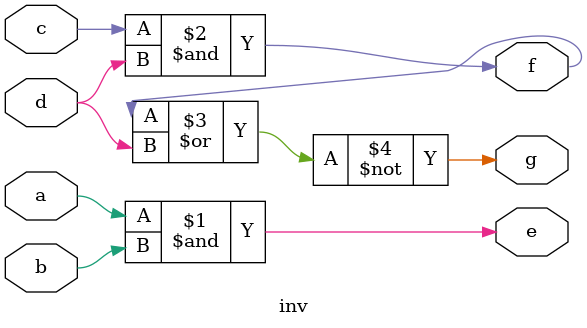
<source format=v>
`timescale 1ns / 1ps

module inv(
input a, b, c, d,
output e, f, g
    );

// NAND
//assign e = ~(a&b);
//assign f = ~(e&c);
//assign g = ~(f&d);

//NOR
//assign e = ~(a|b);
//assign f = ~(e|c);     
//assign g = ~(f|d);

// XOR
// assign e = a^b;
// assign f = e^c;
// assign g = f^d;

// AOI
assign e = a&b;
assign f = c&d;
assign g = ~(f|d);

endmodule

</source>
